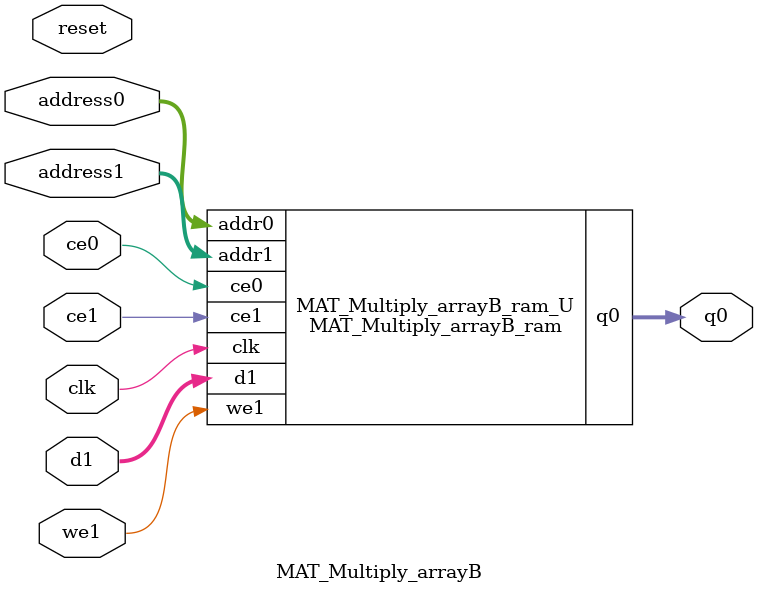
<source format=v>

`timescale 1 ns / 1 ps
module MAT_Multiply_arrayB_ram (addr0, ce0, q0, addr1, ce1, d1, we1,  clk);

parameter DWIDTH = 32000;
parameter AWIDTH = 10;
parameter MEM_SIZE = 1000;

input[AWIDTH-1:0] addr0;
input ce0;
output wire[DWIDTH-1:0] q0;
input[AWIDTH-1:0] addr1;
input ce1;
input[DWIDTH-1:0] d1;
input we1;
input clk;

(* ram_style = "block" *)reg [DWIDTH-1:0] ram[MEM_SIZE-1:0];
wire [AWIDTH-1:0] addr0_t0; 
(* EQUIVALENT_REGISTER_REMOVAL="NO" *)reg [AWIDTH-1:0] addr0_t1; 
reg [DWIDTH-1:0] q0_t0;
reg [DWIDTH-1:0] q0_t1;
wire [AWIDTH-1:0] addr1_t0; 
(* EQUIVALENT_REGISTER_REMOVAL="NO" *)reg [AWIDTH-1:0] addr1_t1; 
wire [DWIDTH-1:0] d1_t0; 
wire we1_t0; 
(* EQUIVALENT_REGISTER_REMOVAL="NO" *)reg [DWIDTH-1:0] d1_t1; 
(* EQUIVALENT_REGISTER_REMOVAL="NO" *)reg we1_t1; 


assign addr0_t0 = addr0;
assign q0 = q0_t1;
assign addr1_t0 = addr1;
assign d1_t0 = d1;
assign we1_t0 = we1;

always @(posedge clk)  
begin
    if (ce0) 
    begin
        addr0_t1 <= addr0_t0; 
        q0_t1 <= q0_t0;
    end
    if (ce1) 
    begin
        addr1_t1 <= addr1_t0; 
        d1_t1 <= d1_t0;
        we1_t1 <= we1_t0;
    end
end


always @(posedge clk)  
begin 
    if (ce0) 
    begin
            q0_t0 <= ram[addr0_t1];
    end
end


always @(posedge clk)  
begin 
    if (ce1) 
    begin
        if (we1_t1) 
        begin 
            ram[addr1_t1] <= d1_t1; 
        end 
    end
end


endmodule


`timescale 1 ns / 1 ps
module MAT_Multiply_arrayB(
    reset,
    clk,
    address0,
    ce0,
    q0,
    address1,
    ce1,
    we1,
    d1);

parameter DataWidth = 32'd32000;
parameter AddressRange = 32'd1000;
parameter AddressWidth = 32'd10;
input reset;
input clk;
input[AddressWidth - 1:0] address0;
input ce0;
output[DataWidth - 1:0] q0;
input[AddressWidth - 1:0] address1;
input ce1;
input we1;
input[DataWidth - 1:0] d1;



MAT_Multiply_arrayB_ram MAT_Multiply_arrayB_ram_U(
    .clk( clk ),
    .addr0( address0 ),
    .ce0( ce0 ),
    .q0( q0 ),
    .addr1( address1 ),
    .ce1( ce1 ),
    .d1( d1 ),
    .we1( we1 ));

endmodule


</source>
